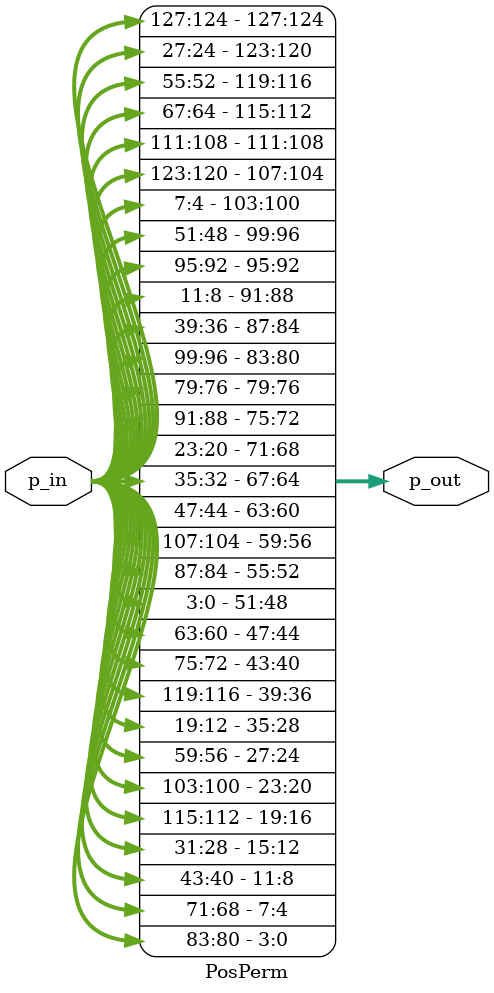
<source format=v>
`timescale 1ns / 1ps
module PosPerm(
	input [127:0]p_in,
	output [127:0]p_out
	);

	assign p_out[127:124]=p_in[127:124];
    assign p_out[123:120]=p_in[27:24];
    assign p_out[119:116]=p_in[55:52];
    assign p_out[115:112]=p_in[67:64];
    assign p_out[111:108]=p_in[111:108];
    assign p_out[107:104]=p_in[123:120];
    assign p_out[103:100]=p_in[7:4];
    assign p_out[99:96]=p_in[51:48];
    assign p_out[95:92]=p_in[95:92];
    assign p_out[91:88]=p_in[11:8];
    assign p_out[87:84]=p_in[39:36];
    assign p_out[83:80]=p_in[99:96];
    assign p_out[79:76]=p_in[79:76];
    assign p_out[75:72]=p_in[91:88];
    assign p_out[71:68]=p_in[23:20];
    assign p_out[67:64]=p_in[35:32];
    assign p_out[63:60]=p_in[47:44];
    assign p_out[59:56]=p_in[107:104];
    assign p_out[55:52]=p_in[87:84];
    assign p_out[51:48]=p_in[3:0];
    assign p_out[47:44]=p_in[63:60];
    assign p_out[43:40]=p_in[75:72];
    assign p_out[39:36]=p_in[119:116];
    assign p_out[35:32]=p_in[19:16];
    assign p_out[31:28]=p_in[15:12];
    assign p_out[27:24]=p_in[59:56];
    assign p_out[23:20]=p_in[103:100];
    assign p_out[19:16]=p_in[115:112];
    assign p_out[15:12]=p_in[31:28];
    assign p_out[11:8]=p_in[43:40];
    assign p_out[7:4]=p_in[71:68];
    assign p_out[3:0]=p_in[83:80];
	
endmodule

</source>
